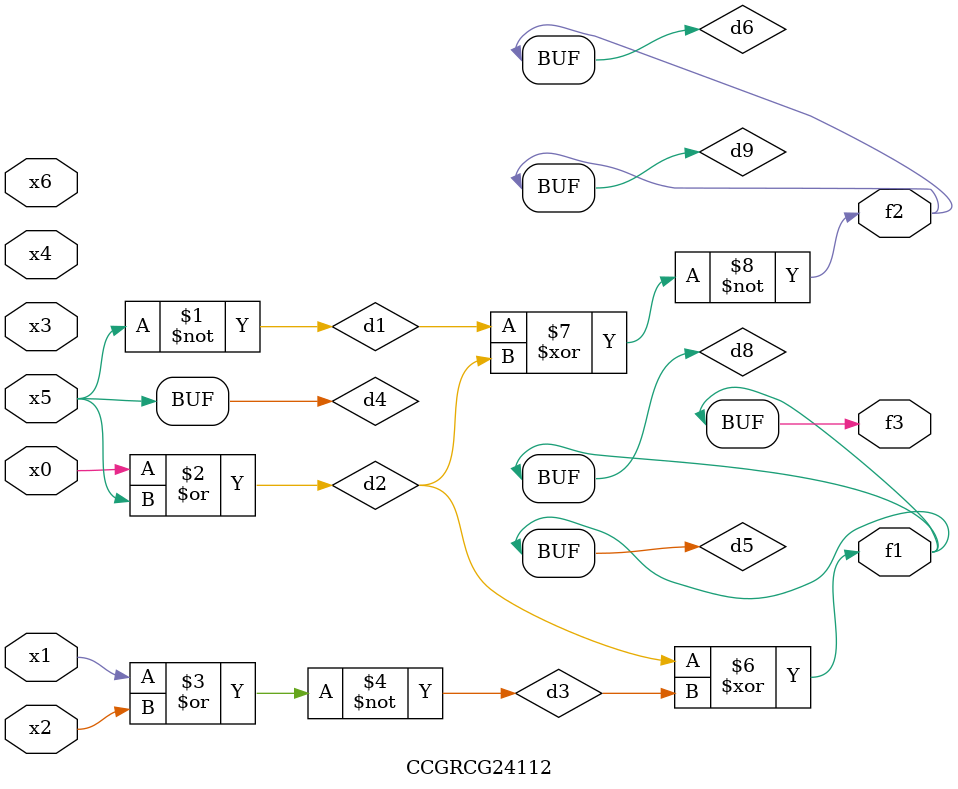
<source format=v>
module CCGRCG24112(
	input x0, x1, x2, x3, x4, x5, x6,
	output f1, f2, f3
);

	wire d1, d2, d3, d4, d5, d6, d7, d8, d9;

	nand (d1, x5);
	or (d2, x0, x5);
	nor (d3, x1, x2);
	xnor (d4, d1);
	xor (d5, d2, d3);
	xnor (d6, d1, d2);
	not (d7, x4);
	buf (d8, d5);
	xor (d9, d6);
	assign f1 = d8;
	assign f2 = d9;
	assign f3 = d8;
endmodule

</source>
